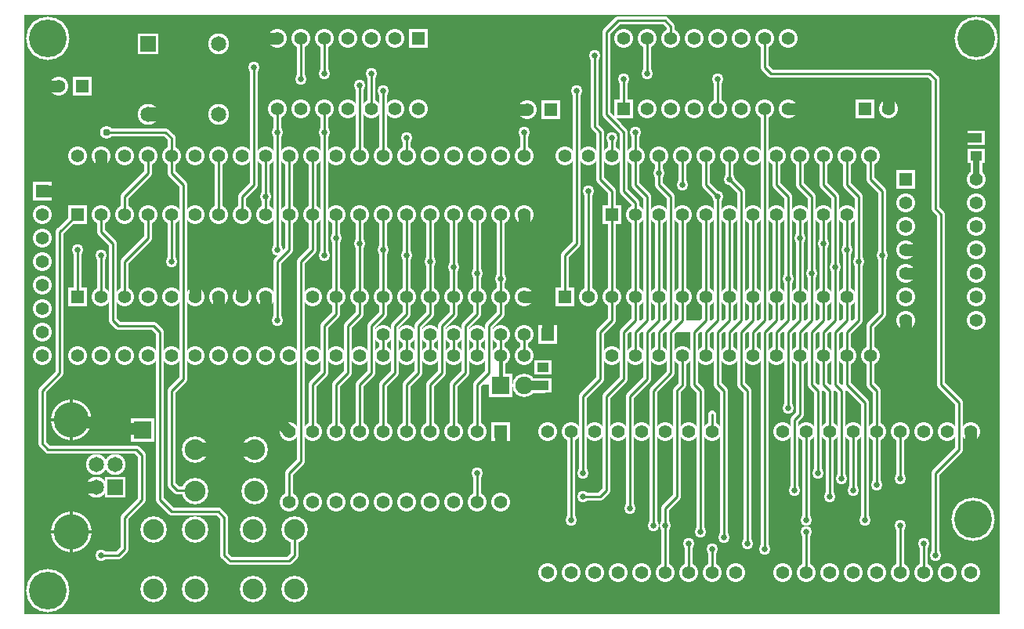
<source format=gbl>
G04*
G04 Format:               Gerber RS-274X*
G04 Layer:                BottomCopper*
G04 This File Name:       Mini (Ver 4l 2024).gbl*
G04 Source File Name:     Mini (Ver 4l 2024).rrb*
G04 Unique ID:            9c8083e7-ab2a-4ad3-9dcb-41d5e6687822*
G04 Generated Date:       Sunday, 20 October 2024 01:14:28*
G04*
G04 Created Using:        Robot Room Copper Connection v2.7.5443*
G04 Software Contact:     http://www.robotroom.com/CopperConnection/Support.aspx*
G04 License Number:       1685*
G04 Student Edition:      true*
G04*
G04 Zero Suppression:     Leading*
G04 Number Precision:     2.4*
G04*
%FSLAX24Y24*%
%MOIN*%
%LNBottomCopper*%
%ADD10C,.01*%
%ADD11C,.015*%
%ADD12C,.025*%
%ADD13C,.026*%
%ADD14C,.031*%
%ADD15C,.034*%
%ADD16C,.039*%
%ADD17C,.04*%
%ADD18C,.049*%
%ADD19C,.05*%
%ADD20C,.055*%
%ADD21C,.056*%
%ADD22C,.06*%
%ADD23C,.064*%
%ADD24C,.065*%
%ADD25C,.075*%
%ADD26C,.08*%
%ADD27C,.088*%
%ADD28C,.089*%
%ADD29C,.099*%
%ADD30C,.112*%
%ADD31C,.15*%
%ADD32C,.16*%
%ADD33C,.184*%
%ADD34R,.006X.006*%
%ADD35R,.056X.056*%
%ADD36R,.065X.065*%
%ADD37R,.075X.075*%
%ADD38R,.08X.08*%
%ADD39R,.089X.089*%
%ADD40R,.099X.099*%
%ADD41R,.05X.04*%
%ADD42R,.074X.064*%
%AMTHERMAL*7,0,0,$1,$1-$2-$2,$2,0*%
%ADD43THERMAL,.174X.012*%
G36*
G01X0Y25500D02*
Y0D01*
X41500D01*
Y25500D01*
X0D01*
G37*
%LPC*%
G36*
X26000Y12500D02*
X35500D01*
X35000Y12000D01*
X25500D01*
X26000Y12500D01*
G37*
G36*
X19250Y9750D02*
X20250D01*
Y11000D01*
X19750Y10750D01*
Y10250D01*
X19250Y9750D01*
G37*
G36*
X33500Y9750D02*
X35000D01*
X35250Y9500D01*
X33750D01*
X33500Y9750D01*
G37*
D43*
X2000Y8250D03*
Y3510D03*
D15*
X26000Y17000D02*
Y13500D01*
X27000D02*
Y17000D01*
X28000Y13500D02*
Y17000D01*
X25000Y13500D02*
Y17000D01*
X29000D02*
Y13500D01*
X30000D02*
Y17000D01*
X31000Y13500D02*
Y17000D01*
X32000D02*
Y13500D01*
X33000D02*
Y16000D01*
X34000Y13500D02*
Y15750D01*
X35000Y17000D02*
Y15500D01*
X26000Y11000D02*
Y12000D01*
X27000Y11000D02*
Y12000D01*
X26000D02*
X26500Y12500D01*
Y17750D01*
X29000Y11000D02*
Y12000D01*
X26500Y17750D02*
X26000Y18250D01*
X27000Y12000D02*
X27500Y12500D01*
X26000Y18250D02*
Y19500D01*
X27500Y12500D02*
Y17750D01*
X30000Y11000D02*
Y12000D01*
X27500Y17750D02*
X27000Y18250D01*
X29000Y12000D02*
X29500Y12500D01*
X27000Y18250D02*
Y18750D01*
X29500Y12500D02*
Y17750D01*
X32000Y11000D02*
Y12000D01*
X29500Y17750D02*
X29000Y18250D01*
X30000Y12000D02*
X30500Y12500D01*
X29000Y18250D02*
Y19500D01*
X30500Y12500D02*
Y18000D01*
X33000Y11000D02*
Y12000D01*
X30500Y18000D02*
X30000Y18500D01*
X32000Y12000D02*
X32500Y12500D01*
Y14250D01*
X34000Y11000D02*
Y12000D01*
X32500Y17750D02*
X32000Y18250D01*
X33000Y12000D02*
X33500Y12500D01*
X32000Y18250D02*
Y19500D01*
X33500Y12500D02*
Y14500D01*
X35000Y11000D02*
Y12000D01*
X33500Y17750D02*
X33000Y18250D01*
X34000Y12000D02*
X34500Y12500D01*
X33000Y18250D02*
Y19500D01*
X34500Y12500D02*
Y14750D01*
Y17750D02*
X34000Y18250D01*
X35000Y12000D02*
X35500Y12500D01*
X34000Y18250D02*
Y19500D01*
X35500Y12500D02*
Y15000D01*
Y17750D02*
X35000Y18250D01*
Y19500D01*
X36500Y18000D02*
X36000Y18500D01*
Y19500D01*
X20250Y13500D02*
Y14250D01*
X19250Y13500D02*
Y14500D01*
X31000Y11000D02*
Y12000D01*
X18250Y13500D02*
Y14750D01*
X29500Y21500D02*
Y22750D01*
X17250Y17000D02*
Y15000D01*
X31000Y12000D02*
X31500Y12500D01*
X16250Y13500D02*
Y15250D01*
X15250Y17000D02*
Y15500D01*
X14250Y13500D02*
Y15750D01*
X31500Y12500D02*
Y21500D01*
X3250Y13500D02*
Y15250D01*
X16250Y17000D02*
Y15250D01*
X13250Y13500D02*
Y16000D01*
X4250Y13500D02*
Y15000D01*
X11250Y4750D02*
Y6000D01*
X4250Y15000D02*
X5250Y16000D01*
X6250Y15000D02*
Y17000D01*
X27000Y19500D02*
Y18750D01*
X3500Y20500D02*
X11250Y6000D02*
X11750Y6500D01*
X31000Y13500D02*
Y12500D01*
X11750Y6500D02*
Y15000D01*
X12250Y15500D01*
X32000Y13500D02*
Y12500D01*
X31000D02*
X30500Y12000D01*
X7250Y5230D02*
X6500Y5250D01*
X30500Y12000D02*
Y9750D01*
X3500Y20500D02*
X6000D01*
X15250Y11000D02*
Y11890D01*
X33000Y13500D02*
Y12500D01*
X30500Y9750D02*
X30750Y9500D01*
X32000Y12500D02*
X31500Y12000D01*
Y2750D01*
X34000Y13500D02*
Y12500D01*
X33000D02*
X32500Y12000D01*
Y8750D01*
X33000Y11000D02*
Y8500D01*
X34000Y12500D02*
X33500Y12000D01*
X14750Y21500D02*
Y23000D01*
X33500Y12000D02*
Y9750D01*
X6000Y20500D02*
X6250Y20250D01*
X2250Y13500D02*
Y15500D01*
X34000Y11000D02*
Y9750D01*
X6250Y20250D02*
Y19500D01*
X33500Y9750D02*
X33750Y9500D01*
X6500Y5250D02*
X6250Y5500D01*
X33750Y9500D02*
Y6000D01*
X33000Y8500D02*
X32750Y8250D01*
X12750Y23000D02*
Y24500D01*
X32750Y8250D02*
Y5250D01*
X35000Y11000D02*
Y9750D01*
X34000D02*
X34250Y9500D01*
X11500Y3610D02*
Y2500D01*
X4250Y4110D02*
Y2750D01*
X8500Y2500D02*
X8750Y2250D01*
X12250Y7750D02*
Y9750D01*
X13250Y7750D02*
Y9750D01*
X6250Y5500D02*
Y9500D01*
X12250Y9750D02*
X12750Y10250D01*
Y15250D02*
Y20500D01*
X6250Y9500D02*
X6750Y10000D01*
X12750Y10250D02*
Y12250D01*
Y21500D02*
Y20500D01*
X6750Y10000D02*
Y18250D01*
X14250Y7750D02*
Y9750D01*
X12750Y12250D02*
X13250Y12750D01*
X6750Y18250D02*
X6250Y18750D01*
X13250Y9750D02*
X13750Y10250D01*
X13250Y12750D02*
Y13500D01*
X13750Y10250D02*
Y12250D01*
X15250Y7750D02*
Y9750D01*
X13750Y12250D02*
X14250Y12750D01*
Y9750D02*
X14750Y10250D01*
X14250Y12750D02*
Y13500D01*
X14750Y10250D02*
Y12250D01*
X16250Y7750D02*
Y9750D01*
X14750Y12250D02*
X15250Y12750D01*
Y9750D02*
X15750Y10250D01*
X15250Y12750D02*
Y13500D01*
X12250Y15500D02*
Y17000D01*
X15750Y10250D02*
Y12250D01*
X17250Y7750D02*
Y9750D01*
X15750Y12250D02*
X16250Y12750D01*
Y9750D02*
X16750Y10250D01*
X16250Y12750D02*
Y13500D01*
X6250Y18750D02*
Y19500D01*
X10750Y21500D02*
Y20500D01*
X38750Y2500D02*
Y6000D01*
X34250Y9500D02*
Y7750D01*
X12250Y17000D02*
Y19500D01*
X36000Y11000D02*
Y9750D01*
X16750Y10250D02*
Y12250D01*
X10250Y19500D02*
Y17750D01*
X35000Y9750D02*
X35750Y9000D01*
Y4000D01*
X18250Y7750D02*
Y9750D01*
X16750Y12250D02*
X17250Y12750D01*
X36000Y9750D02*
X36250Y9500D01*
X39750Y7000D02*
Y9000D01*
X17250Y9750D02*
X17750Y10250D01*
X17250Y12750D02*
Y13500D01*
X17750Y10250D02*
Y12250D01*
X36250Y9500D02*
Y7750D01*
X19250D02*
Y9750D01*
X39750Y9000D02*
X39000Y9750D01*
X17750Y12250D02*
X18250Y12750D01*
X39000Y9750D02*
Y17000D01*
X18250Y9750D02*
X18750Y10250D01*
X39000Y17000D02*
X38750Y17250D01*
X18250Y12750D02*
Y13500D01*
X18750Y10250D02*
Y12250D01*
X29750Y3250D02*
Y9500D01*
X38750Y17250D02*
Y22750D01*
X18750Y12250D02*
X19250Y12750D01*
Y9750D02*
X19750Y10250D01*
X19250Y12750D02*
Y13500D01*
X10750Y15500D02*
Y20500D01*
X19750Y10250D02*
Y12250D01*
X20250Y12750D01*
X38500Y23000D02*
X31750D01*
X20250Y12750D02*
Y13500D01*
X29750Y9500D02*
X29500Y9750D01*
X31500Y23250D02*
Y24500D01*
X29500Y9750D02*
Y12000D01*
X30000Y12500D01*
X14250Y22500D02*
Y19500D01*
X23000Y13500D02*
Y15250D01*
X15250Y22250D02*
Y19500D01*
X23000Y15250D02*
X23500Y15750D01*
Y22250D01*
X30000Y12500D02*
Y13500D01*
X28750Y3500D02*
Y9500D01*
X30000Y19500D02*
Y18500D01*
X28750Y9500D02*
X28500Y9750D01*
Y12000D01*
X29000Y12500D01*
Y13500D01*
X26750Y3750D02*
Y9500D01*
X27500Y10250D01*
Y12000D01*
X28000Y12500D01*
Y13500D01*
X19250Y4750D02*
Y6000D01*
X4250Y4110D02*
X5000Y4860D01*
X25750Y4500D02*
Y9250D01*
X25500Y21500D02*
Y22750D01*
X25750Y9250D02*
X26500Y10000D01*
X5000Y4860D02*
Y6750D01*
X26500Y10000D02*
Y12000D01*
X27000Y12500D01*
Y13500D01*
X24750Y9250D02*
Y5250D01*
X11250Y19500D02*
Y17000D01*
X23750Y6000D02*
Y9250D01*
X24750Y5250D02*
X24500Y5000D01*
X24750Y9250D02*
X25500Y10000D01*
X23750Y9250D02*
X24500Y10000D01*
X25500D02*
Y12000D01*
X26500Y24500D02*
Y23000D01*
X24500Y10000D02*
Y12000D01*
X35000Y13500D02*
Y12500D01*
X11250Y17000D02*
Y15500D01*
X11750Y22750D02*
Y24500D01*
X25500Y12000D02*
X26000Y12500D01*
Y13500D01*
X27250Y3750D02*
Y4500D01*
X24500Y12000D02*
X25000Y12500D01*
Y13500D01*
X11250Y15500D02*
X10750Y15000D01*
X35000Y12500D02*
X34500Y12000D01*
X15250Y13500D02*
Y15500D01*
X10750Y15000D02*
Y12500D01*
X10250Y17000D02*
Y17750D01*
X34500Y12000D02*
Y9750D01*
X35000Y13500D02*
Y15500D01*
X34500Y9750D02*
X34750Y9500D01*
X27250Y4500D02*
X27750Y5000D01*
X16250Y19500D02*
Y20250D01*
X27750Y5000D02*
Y9500D01*
X28000Y9750D01*
Y11000D01*
X8250Y17000D02*
Y19500D01*
X25000Y20250D02*
Y19500D01*
X34750Y9500D02*
Y5750D01*
X24000Y18000D02*
Y13500D01*
X28000Y18250D02*
Y19500D01*
X21250D02*
Y20500D01*
X14250Y17000D02*
Y15750D01*
X34000Y17000D02*
Y15750D01*
X26000Y20500D02*
Y19500D01*
X4250Y17000D02*
Y17750D01*
X5250Y18750D01*
X13250Y17000D02*
Y16000D01*
X5250Y18750D02*
Y19500D01*
X33000Y17000D02*
Y16000D01*
X38750Y6000D02*
X39750Y7000D01*
X2250Y17000D02*
X1500Y16250D01*
X3250Y17000D02*
Y16250D01*
X4750Y7000D02*
X1000D01*
X3250Y16250D02*
X3750Y15750D01*
Y12500D01*
X750Y7250D02*
Y9500D01*
X1500Y10250D01*
Y16250D01*
X3750Y12500D02*
X4000Y12250D01*
X5500D01*
X5750Y12000D01*
X9250Y17000D02*
Y17750D01*
X5750Y12000D02*
Y4860D01*
X6250Y4360D01*
X8250D01*
X9250Y17750D02*
X9750Y18250D01*
X8250Y4360D02*
X8500Y4110D01*
Y2500D01*
X9750Y18250D02*
Y23250D01*
X5250Y16000D02*
Y17000D01*
X36500Y18000D02*
Y15250D01*
X17250Y13500D02*
Y15000D01*
X35500Y17750D02*
Y15000D01*
X18250Y17000D02*
Y14750D01*
X34500Y17750D02*
Y14750D01*
X19250Y17000D02*
Y14500D01*
X33500Y17750D02*
Y14500D01*
X20250Y17000D02*
Y14250D01*
X26000Y17000D02*
Y17500D01*
X25000Y17000D02*
Y18000D01*
X26000Y17500D02*
X25500Y18000D01*
Y20500D01*
X25250Y20750D01*
X25000Y18000D02*
X24500Y18500D01*
X25250Y20750D02*
X24750Y21250D01*
Y24750D01*
X25250Y25250D01*
X24500Y18500D02*
Y20500D01*
X25250Y25250D02*
X27250D01*
X27500Y25000D01*
Y24500D01*
X24500Y20500D02*
X24250Y20750D01*
Y23750D01*
X16250Y11890D02*
Y11000D01*
X17250Y11890D02*
Y11000D01*
X18250Y11890D02*
Y11000D01*
X19250Y11890D02*
Y11000D01*
X20250Y11890D02*
Y11000D01*
X21250Y11890D02*
Y11000D01*
X36000D02*
Y12250D01*
X1000Y7000D02*
X750Y7250D01*
X36000Y12250D02*
X36500Y12750D01*
Y15250D01*
X4750Y7000D02*
X5000Y6750D01*
X37250Y7750D02*
Y5750D01*
X36250Y7750D02*
Y5500D01*
X35250Y7750D02*
Y5250D01*
X34250Y7750D02*
Y5000D01*
X33250Y7750D02*
Y4000D01*
X23250D02*
Y7750D01*
X38250Y1750D02*
Y3000D01*
X37250Y1750D02*
Y3750D01*
X27250D02*
Y1750D01*
X24500Y5000D02*
X23750D01*
X38750Y22750D02*
X38500Y23000D01*
X11250Y2250D02*
X11500Y2500D01*
X8750Y2250D02*
X11250D01*
X3250Y2500D02*
X4000D01*
X4250Y2750D01*
X31750Y23000D02*
X31500Y23250D01*
X28250Y1750D02*
Y3000D01*
X29250Y7750D02*
Y8500D01*
Y2750D02*
Y1750D01*
X33250D02*
Y3500D01*
X30750Y9500D02*
Y3000D01*
X32500Y17750D02*
Y14250D01*
D16*
X20250Y9720D02*
Y11000D01*
D18*
X40500Y19490D02*
Y18500D01*
D19*
X10750Y20500D03*
X27000Y18750D03*
X34750Y5750D03*
X22070Y10480D03*
X10250Y17750D03*
X29500Y22750D03*
X6250Y15000D03*
X12750Y20500D03*
X16250Y15250D03*
X32500Y8750D03*
X33750Y6000D03*
X3250Y15250D03*
X14750Y23000D03*
X12750D03*
X32750Y5250D03*
X31500Y2750D03*
X26000Y20500D03*
X12750Y15250D03*
X21250Y20500D03*
X30000Y18500D03*
X2250Y15500D03*
X10750D03*
X37250Y5750D03*
X36250Y5500D03*
X35250Y5250D03*
X34250Y5000D03*
X23250Y4000D03*
X33250D03*
X27250Y3750D03*
X38250Y3000D03*
X37250Y3750D03*
X38750Y2500D03*
X30750Y3000D03*
X29500Y17750D03*
X35750Y4000D03*
X29750Y3250D03*
X28250Y3000D03*
X29250Y2750D03*
X28750Y3500D03*
X14250Y22500D03*
X15250Y22250D03*
X3250Y2500D03*
X23500Y22250D03*
X26750Y3750D03*
X33250Y3500D03*
X25750Y4500D03*
X19250Y6000D03*
X25500Y22750D03*
X23750Y5000D03*
Y6000D03*
X26500Y23000D03*
X15250Y15500D03*
X35000D03*
X11750Y22750D03*
X10750Y12500D03*
X14250Y15750D03*
X16250Y20250D03*
X25000D03*
X24000Y18000D03*
X34000Y15750D03*
X28000Y18250D03*
X13250Y16000D03*
X33000D03*
X9750Y23250D03*
X36500Y15250D03*
X17250Y15000D03*
X35500D03*
X18250Y14750D03*
X34500D03*
X19250Y14500D03*
X33500D03*
X20250Y14250D03*
X24250Y23750D03*
X32500Y14250D03*
D20*
X3500Y20500D03*
D23*
X21250Y9720D02*
X22060D01*
D26*
X24000Y13500D03*
X25000D03*
X26000D03*
X27000D03*
X28000D03*
X29000D03*
X30000D03*
X31000D03*
X32000D03*
X33000D03*
X34000D03*
X35000D03*
X36000Y19500D03*
X35000D03*
X34000D03*
X33000D03*
X32000D03*
X31000D03*
X30000D03*
X29000D03*
X28000D03*
X27000D03*
X26000D03*
X25000D03*
X24000D03*
X23000D03*
X26000Y17000D03*
X27000D03*
X28000D03*
X29000D03*
X30000D03*
X31000D03*
X32000D03*
X33000D03*
X34000D03*
X35000D03*
X36000Y11000D03*
X35000D03*
X34000D03*
X33000D03*
X32000D03*
X31000D03*
X30000D03*
X29000D03*
X28000D03*
X27000D03*
X26000D03*
X25000D03*
X3250Y13500D03*
X4250D03*
X5250D03*
X6250D03*
X7250D03*
X8250D03*
X9250D03*
X10250D03*
X12250D03*
X13250D03*
X14250D03*
X15250D03*
X16250D03*
X17250D03*
X18250D03*
X19250D03*
X20250D03*
X21250D03*
Y19500D03*
X20250D03*
X19250D03*
X18250D03*
X17250D03*
X16250D03*
X15250D03*
X14250D03*
X13250D03*
X12250D03*
X11250D03*
X10250D03*
X9250D03*
X8250D03*
X7250D03*
X6250D03*
X5250D03*
X4250D03*
X3250D03*
X2250D03*
X3250Y17000D03*
X4250D03*
X5250D03*
X6250D03*
X7250D03*
X8250D03*
X9250D03*
X10250D03*
X11250D03*
X12250D03*
X13250D03*
X14250D03*
X15250D03*
X16250D03*
X17250D03*
X18250D03*
X19250D03*
X20250D03*
X21250D03*
Y11000D03*
X20250D03*
X19250D03*
X18250D03*
X17250D03*
X16250D03*
X15250D03*
X14250D03*
X13250D03*
X12250D03*
X11250D03*
X10250D03*
X9250D03*
X8250D03*
X7250D03*
X6250D03*
X5250D03*
X4250D03*
X3250D03*
X2250D03*
X15750Y24500D03*
X14750D03*
X13750D03*
X12750D03*
X11750D03*
X10750D03*
Y21500D03*
X11750D03*
X12750D03*
X13750D03*
X14750D03*
X15750D03*
X16750D03*
X24250Y1750D03*
X22250D03*
X23250D03*
X25250D03*
X26250D03*
X27250D03*
X28250D03*
X29250D03*
X30250D03*
X29250Y7750D03*
X28250D03*
X27250D03*
X26250D03*
X25250D03*
X24250D03*
X23250D03*
X22250D03*
X1460Y22460D03*
X750Y17000D03*
Y16000D03*
Y15000D03*
Y14000D03*
Y13000D03*
Y12000D03*
Y11000D03*
X34250Y1750D03*
X32250D03*
X33250D03*
X35250D03*
X36250D03*
X37250D03*
X38250D03*
X39250D03*
X40250D03*
Y7750D03*
X39250D03*
X38250D03*
X37250D03*
X36250D03*
X35250D03*
X34250D03*
X33250D03*
X32250D03*
X19250D03*
X18250D03*
X17250D03*
X16250D03*
X15250D03*
X14250D03*
X13250D03*
X12250D03*
X11250D03*
Y4750D03*
X12250D03*
X13250D03*
X14250D03*
X15250D03*
X16250D03*
X17250D03*
X18250D03*
X19250D03*
X20250D03*
X37500Y17500D03*
Y16500D03*
Y15500D03*
Y14500D03*
Y13500D03*
Y12500D03*
X40500D03*
Y13500D03*
Y14500D03*
Y15500D03*
Y16500D03*
Y17500D03*
Y18500D03*
X26500Y21500D03*
X27500D03*
X28500D03*
X29500D03*
X30500D03*
X31500D03*
X32500D03*
Y24500D03*
X31500D03*
X30500D03*
X29500D03*
X28500D03*
X27500D03*
X26500D03*
X25500D03*
X36750Y21500D03*
X21390Y21450D03*
X21250Y11890D03*
X20250D03*
X19250D03*
X18250D03*
X17250D03*
X16250D03*
X15250D03*
D28*
X5250Y21250D03*
X8250D03*
Y24250D03*
X3070Y6370D03*
Y5390D03*
X3850Y6370D03*
D29*
X21250Y9720D03*
D30*
X7250Y3610D03*
Y1050D03*
X5480Y3610D03*
Y1050D03*
X11500Y3610D03*
Y1050D03*
X9730Y3610D03*
Y1050D03*
X7250Y7000D03*
X9810D03*
X7250Y5230D03*
X9810D03*
D33*
X1000Y24500D03*
Y1000D03*
X40350Y4030D03*
X40500Y24500D03*
D38*
X23000Y13500D03*
X25000Y17000D03*
X2250Y13500D03*
Y17000D03*
X16750Y24500D03*
X2460Y22460D03*
X750Y18000D03*
X20250Y7750D03*
X37500Y18500D03*
X25500Y21500D03*
X35750D03*
X22390Y21450D03*
X22250Y11890D03*
D39*
X5250Y24250D03*
X3850Y5390D03*
D40*
X5030Y7840D03*
X20250Y9720D03*
D42*
X40500Y20250D03*
Y19490D03*
X22060Y9720D03*
Y10480D03*
%LPD*%
D10*
X26000Y17000D02*
Y13500D01*
X27000D02*
Y17000D01*
X28000Y13500D02*
Y17000D01*
X25000Y13500D02*
Y17000D01*
X29000D02*
Y13500D01*
X30000D02*
Y17000D01*
X31000Y13500D02*
Y17000D01*
X32000D02*
Y13500D01*
X33000D02*
Y16000D01*
X34000Y13500D02*
Y15750D01*
X35000Y17000D02*
Y15500D01*
X26000Y11000D02*
Y12000D01*
X27000Y11000D02*
Y12000D01*
X26000D02*
X26500Y12500D01*
Y17750D01*
X29000Y11000D02*
Y12000D01*
X26500Y17750D02*
X26000Y18250D01*
X27000Y12000D02*
X27500Y12500D01*
X26000Y18250D02*
Y19500D01*
X27500Y12500D02*
Y17750D01*
X30000Y11000D02*
Y12000D01*
X27500Y17750D02*
X27000Y18250D01*
X29000Y12000D02*
X29500Y12500D01*
X27000Y18250D02*
Y18750D01*
X29500Y12500D02*
Y17750D01*
X32000Y11000D02*
Y12000D01*
X29500Y17750D02*
X29000Y18250D01*
X30000Y12000D02*
X30500Y12500D01*
X29000Y18250D02*
Y19500D01*
X30500Y12500D02*
Y18000D01*
X33000Y11000D02*
Y12000D01*
X30500Y18000D02*
X30000Y18500D01*
X32000Y12000D02*
X32500Y12500D01*
Y14250D01*
X34000Y11000D02*
Y12000D01*
X32500Y17750D02*
X32000Y18250D01*
X33000Y12000D02*
X33500Y12500D01*
X32000Y18250D02*
Y19500D01*
X33500Y12500D02*
Y14500D01*
X35000Y11000D02*
Y12000D01*
X33500Y17750D02*
X33000Y18250D01*
X34000Y12000D02*
X34500Y12500D01*
X33000Y18250D02*
Y19500D01*
X34500Y12500D02*
Y14750D01*
Y17750D02*
X34000Y18250D01*
X35000Y12000D02*
X35500Y12500D01*
X34000Y18250D02*
Y19500D01*
X35500Y12500D02*
Y15000D01*
Y17750D02*
X35000Y18250D01*
Y19500D01*
X36500Y18000D02*
X36000Y18500D01*
Y19500D01*
X20250Y13500D02*
Y14250D01*
X19250Y13500D02*
Y14500D01*
X31000Y11000D02*
Y12000D01*
X18250Y13500D02*
Y14750D01*
X29500Y21500D02*
Y22750D01*
X17250Y17000D02*
Y15000D01*
X31000Y12000D02*
X31500Y12500D01*
X16250Y13500D02*
Y15250D01*
X15250Y17000D02*
Y15500D01*
X14250Y13500D02*
Y15750D01*
X31500Y12500D02*
Y21500D01*
X3250Y13500D02*
Y15250D01*
X16250Y17000D02*
Y15250D01*
X13250Y13500D02*
Y16000D01*
X4250Y13500D02*
Y15000D01*
X11250Y4750D02*
Y6000D01*
X4250Y15000D02*
X5250Y16000D01*
X6250Y15000D02*
Y17000D01*
X27000Y19500D02*
Y18750D01*
X3500Y20500D02*
X11250Y6000D02*
X11750Y6500D01*
X31000Y13500D02*
Y12500D01*
X11750Y6500D02*
Y15000D01*
X12250Y15500D01*
X32000Y13500D02*
Y12500D01*
X31000D02*
X30500Y12000D01*
X7250Y5230D02*
X6500Y5250D01*
X30500Y12000D02*
Y9750D01*
X3500Y20500D02*
X6000D01*
X15250Y11000D02*
Y11890D01*
X33000Y13500D02*
Y12500D01*
X30500Y9750D02*
X30750Y9500D01*
X32000Y12500D02*
X31500Y12000D01*
Y2750D01*
X34000Y13500D02*
Y12500D01*
X33000D02*
X32500Y12000D01*
Y8750D01*
X33000Y11000D02*
Y8500D01*
X34000Y12500D02*
X33500Y12000D01*
X14750Y21500D02*
Y23000D01*
X33500Y12000D02*
Y9750D01*
X6000Y20500D02*
X6250Y20250D01*
X2250Y13500D02*
Y15500D01*
X34000Y11000D02*
Y9750D01*
X6250Y20250D02*
Y19500D01*
X33500Y9750D02*
X33750Y9500D01*
X6500Y5250D02*
X6250Y5500D01*
X33750Y9500D02*
Y6000D01*
X33000Y8500D02*
X32750Y8250D01*
X12750Y23000D02*
Y24500D01*
X32750Y8250D02*
Y5250D01*
X35000Y11000D02*
Y9750D01*
X34000D02*
X34250Y9500D01*
X11500Y3610D02*
Y2500D01*
X4250Y4110D02*
Y2750D01*
X8500Y2500D02*
X8750Y2250D01*
X12250Y7750D02*
Y9750D01*
X13250Y7750D02*
Y9750D01*
X6250Y5500D02*
Y9500D01*
X12250Y9750D02*
X12750Y10250D01*
Y15250D02*
Y20500D01*
X6250Y9500D02*
X6750Y10000D01*
X12750Y10250D02*
Y12250D01*
Y21500D02*
Y20500D01*
X6750Y10000D02*
Y18250D01*
X14250Y7750D02*
Y9750D01*
X12750Y12250D02*
X13250Y12750D01*
X6750Y18250D02*
X6250Y18750D01*
X13250Y9750D02*
X13750Y10250D01*
X13250Y12750D02*
Y13500D01*
X13750Y10250D02*
Y12250D01*
X15250Y7750D02*
Y9750D01*
X13750Y12250D02*
X14250Y12750D01*
Y9750D02*
X14750Y10250D01*
X14250Y12750D02*
Y13500D01*
X14750Y10250D02*
Y12250D01*
X16250Y7750D02*
Y9750D01*
X14750Y12250D02*
X15250Y12750D01*
Y9750D02*
X15750Y10250D01*
X15250Y12750D02*
Y13500D01*
X12250Y15500D02*
Y17000D01*
X15750Y10250D02*
Y12250D01*
X17250Y7750D02*
Y9750D01*
X15750Y12250D02*
X16250Y12750D01*
Y9750D02*
X16750Y10250D01*
X16250Y12750D02*
Y13500D01*
X6250Y18750D02*
Y19500D01*
X10750Y21500D02*
Y20500D01*
X38750Y2500D02*
Y6000D01*
X34250Y9500D02*
Y7750D01*
X12250Y17000D02*
Y19500D01*
X36000Y11000D02*
Y9750D01*
X16750Y10250D02*
Y12250D01*
X10250Y19500D02*
Y17750D01*
X35000Y9750D02*
X35750Y9000D01*
Y4000D01*
X18250Y7750D02*
Y9750D01*
X16750Y12250D02*
X17250Y12750D01*
X36000Y9750D02*
X36250Y9500D01*
X39750Y7000D02*
Y9000D01*
X17250Y9750D02*
X17750Y10250D01*
X17250Y12750D02*
Y13500D01*
X17750Y10250D02*
Y12250D01*
X36250Y9500D02*
Y7750D01*
X19250D02*
Y9750D01*
X39750Y9000D02*
X39000Y9750D01*
X17750Y12250D02*
X18250Y12750D01*
X39000Y9750D02*
Y17000D01*
X18250Y9750D02*
X18750Y10250D01*
X39000Y17000D02*
X38750Y17250D01*
X18250Y12750D02*
Y13500D01*
X18750Y10250D02*
Y12250D01*
X29750Y3250D02*
Y9500D01*
X38750Y17250D02*
Y22750D01*
X18750Y12250D02*
X19250Y12750D01*
Y9750D02*
X19750Y10250D01*
X19250Y12750D02*
Y13500D01*
X10750Y15500D02*
Y20500D01*
X19750Y10250D02*
Y12250D01*
X20250Y12750D01*
X38500Y23000D02*
X31750D01*
X20250Y12750D02*
Y13500D01*
X29750Y9500D02*
X29500Y9750D01*
X31500Y23250D02*
Y24500D01*
X29500Y9750D02*
Y12000D01*
X30000Y12500D01*
X14250Y22500D02*
Y19500D01*
X23000Y13500D02*
Y15250D01*
X15250Y22250D02*
Y19500D01*
X23000Y15250D02*
X23500Y15750D01*
Y22250D01*
X30000Y12500D02*
Y13500D01*
X28750Y3500D02*
Y9500D01*
X30000Y19500D02*
Y18500D01*
X28750Y9500D02*
X28500Y9750D01*
Y12000D01*
X29000Y12500D01*
Y13500D01*
X26750Y3750D02*
Y9500D01*
X27500Y10250D01*
Y12000D01*
X28000Y12500D01*
Y13500D01*
X19250Y4750D02*
Y6000D01*
X4250Y4110D02*
X5000Y4860D01*
X25750Y4500D02*
Y9250D01*
X25500Y21500D02*
Y22750D01*
X25750Y9250D02*
X26500Y10000D01*
X5000Y4860D02*
Y6750D01*
X26500Y10000D02*
Y12000D01*
X27000Y12500D01*
Y13500D01*
X24750Y9250D02*
Y5250D01*
X11250Y19500D02*
Y17000D01*
X23750Y6000D02*
Y9250D01*
X24750Y5250D02*
X24500Y5000D01*
X24750Y9250D02*
X25500Y10000D01*
X23750Y9250D02*
X24500Y10000D01*
X25500D02*
Y12000D01*
X26500Y24500D02*
Y23000D01*
X24500Y10000D02*
Y12000D01*
X35000Y13500D02*
Y12500D01*
X11250Y17000D02*
Y15500D01*
X11750Y22750D02*
Y24500D01*
X25500Y12000D02*
X26000Y12500D01*
Y13500D01*
X27250Y3750D02*
Y4500D01*
X24500Y12000D02*
X25000Y12500D01*
Y13500D01*
X11250Y15500D02*
X10750Y15000D01*
X35000Y12500D02*
X34500Y12000D01*
X15250Y13500D02*
Y15500D01*
X10750Y15000D02*
Y12500D01*
X10250Y17000D02*
Y17750D01*
X34500Y12000D02*
Y9750D01*
X35000Y13500D02*
Y15500D01*
X34500Y9750D02*
X34750Y9500D01*
X27250Y4500D02*
X27750Y5000D01*
X16250Y19500D02*
Y20250D01*
X27750Y5000D02*
Y9500D01*
X28000Y9750D01*
Y11000D01*
X8250Y17000D02*
Y19500D01*
X25000Y20250D02*
Y19500D01*
X34750Y9500D02*
Y5750D01*
X24000Y18000D02*
Y13500D01*
X28000Y18250D02*
Y19500D01*
X21250D02*
Y20500D01*
X14250Y17000D02*
Y15750D01*
X34000Y17000D02*
Y15750D01*
X26000Y20500D02*
Y19500D01*
X4250Y17000D02*
Y17750D01*
X5250Y18750D01*
X13250Y17000D02*
Y16000D01*
X5250Y18750D02*
Y19500D01*
X33000Y17000D02*
Y16000D01*
X38750Y6000D02*
X39750Y7000D01*
X2250Y17000D02*
X1500Y16250D01*
X3250Y17000D02*
Y16250D01*
X4750Y7000D02*
X1000D01*
X3250Y16250D02*
X3750Y15750D01*
Y12500D01*
X750Y7250D02*
Y9500D01*
X1500Y10250D01*
Y16250D01*
X3750Y12500D02*
X4000Y12250D01*
X5500D01*
X5750Y12000D01*
X9250Y17000D02*
Y17750D01*
X5750Y12000D02*
Y4860D01*
X6250Y4360D01*
X8250D01*
X9250Y17750D02*
X9750Y18250D01*
X8250Y4360D02*
X8500Y4110D01*
Y2500D01*
X9750Y18250D02*
Y23250D01*
X5250Y16000D02*
Y17000D01*
X36500Y18000D02*
Y15250D01*
X17250Y13500D02*
Y15000D01*
X35500Y17750D02*
Y15000D01*
X18250Y17000D02*
Y14750D01*
X34500Y17750D02*
Y14750D01*
X19250Y17000D02*
Y14500D01*
X33500Y17750D02*
Y14500D01*
X20250Y17000D02*
Y14250D01*
X26000Y17000D02*
Y17500D01*
X25000Y17000D02*
Y18000D01*
X26000Y17500D02*
X25500Y18000D01*
Y20500D01*
X25250Y20750D01*
X25000Y18000D02*
X24500Y18500D01*
X25250Y20750D02*
X24750Y21250D01*
Y24750D01*
X25250Y25250D01*
X24500Y18500D02*
Y20500D01*
X25250Y25250D02*
X27250D01*
X27500Y25000D01*
Y24500D01*
X24500Y20500D02*
X24250Y20750D01*
Y23750D01*
X16250Y11890D02*
Y11000D01*
X17250Y11890D02*
Y11000D01*
X18250Y11890D02*
Y11000D01*
X19250Y11890D02*
Y11000D01*
X20250Y11890D02*
Y11000D01*
X21250Y11890D02*
Y11000D01*
X36000D02*
Y12250D01*
X1000Y7000D02*
X750Y7250D01*
X36000Y12250D02*
X36500Y12750D01*
Y15250D01*
X4750Y7000D02*
X5000Y6750D01*
X37250Y7750D02*
Y5750D01*
X36250Y7750D02*
Y5500D01*
X35250Y7750D02*
Y5250D01*
X34250Y7750D02*
Y5000D01*
X33250Y7750D02*
Y4000D01*
X23250D02*
Y7750D01*
X38250Y1750D02*
Y3000D01*
X37250Y1750D02*
Y3750D01*
X27250D02*
Y1750D01*
X24500Y5000D02*
X23750D01*
X38750Y22750D02*
X38500Y23000D01*
X11250Y2250D02*
X11500Y2500D01*
X8750Y2250D02*
X11250D01*
X3250Y2500D02*
X4000D01*
X4250Y2750D01*
X31750Y23000D02*
X31500Y23250D01*
X28250Y1750D02*
Y3000D01*
X29250Y7750D02*
Y8500D01*
Y2750D02*
Y1750D01*
X33250D02*
Y3500D01*
X30750Y9500D02*
Y3000D01*
X32500Y17750D02*
Y14250D01*
D11*
X20250Y9720D02*
Y11000D01*
D12*
X40500Y19490D02*
Y18500D01*
D13*
X10750Y20500D03*
X27000Y18750D03*
X34750Y5750D03*
X22070Y10480D03*
X10250Y17750D03*
X29500Y22750D03*
X6250Y15000D03*
X12750Y20500D03*
X16250Y15250D03*
X32500Y8750D03*
X33750Y6000D03*
X7220Y9660D03*
X3250Y15250D03*
X14750Y23000D03*
X12750D03*
X32750Y5250D03*
X13500Y2000D03*
X31500Y2750D03*
X26000Y20500D03*
X12750Y15250D03*
X21250Y20500D03*
X30000Y18500D03*
X2250Y15500D03*
X10750D03*
X37250Y5750D03*
X36250Y5500D03*
X35250Y5250D03*
X34250Y5000D03*
X23250Y4000D03*
X33250D03*
X27250Y3750D03*
X38250Y3000D03*
X37250Y3750D03*
X38750Y2500D03*
X30750Y3000D03*
X29500Y17750D03*
X23250Y10250D03*
X35750Y4000D03*
X29750Y3250D03*
X28250Y3000D03*
X29250Y2750D03*
X28750Y3500D03*
X14250Y22500D03*
X15250Y22250D03*
X3250Y2500D03*
X23500Y22250D03*
X26750Y3750D03*
X33250Y3500D03*
X34740Y24500D03*
X25750Y4500D03*
X19250Y6000D03*
X25500Y22750D03*
X23750Y5000D03*
Y6000D03*
X26500Y23000D03*
X15250Y15500D03*
X35000D03*
X11750Y22750D03*
X10750Y12500D03*
X14250Y15750D03*
X16250Y20250D03*
X25000D03*
X24000Y18000D03*
X34000Y15750D03*
X28000Y18250D03*
X13250Y16000D03*
X33000D03*
X9750Y23250D03*
X14810Y9660D03*
X3250Y1750D03*
X18990Y21500D03*
X36500Y15250D03*
X17250Y15000D03*
X35500D03*
X18250Y14750D03*
X34500D03*
X19250Y14500D03*
X33500D03*
X20250Y14250D03*
X24250Y23750D03*
X3380Y9200D03*
X17000Y1250D03*
X32500Y14250D03*
D14*
X3500Y20500D03*
D17*
X21250Y9720D02*
X22060D01*
X40500Y20250D02*
X39750D01*
D19*
X20250Y7750D02*
Y6750D01*
X21250Y13500D02*
X22000D01*
X21250Y17000D02*
Y15750D01*
X21390Y21450D02*
X20500D01*
X32500Y21500D02*
X33500D01*
X36750D02*
Y22500D01*
X37500Y15500D02*
X38250D01*
X37500Y14500D02*
X38250D01*
X37500Y12500D02*
Y11750D01*
X40250Y7750D02*
Y6750D01*
X7250Y13500D02*
Y14250D01*
X8250Y13500D02*
Y12750D01*
X10250Y13500D02*
Y12750D01*
X9250Y13500D02*
Y14500D01*
X10750Y24500D02*
X10000D01*
X750Y18000D02*
X3250D01*
X1460Y22460D02*
X500D01*
X3250Y18000D02*
Y19500D01*
X11250Y7750D02*
X10500Y8500D01*
X3070Y5390D02*
X2230D01*
X22250Y11890D02*
Y12750D01*
X5030Y7840D02*
X2000Y8250D01*
D21*
X24000Y13500D03*
X25000D03*
X26000D03*
X27000D03*
X28000D03*
X29000D03*
X30000D03*
X31000D03*
X32000D03*
X33000D03*
X34000D03*
X35000D03*
X36000D03*
Y19500D03*
X35000D03*
X34000D03*
X33000D03*
X32000D03*
X31000D03*
X30000D03*
X29000D03*
X28000D03*
X27000D03*
X26000D03*
X25000D03*
X24000D03*
X23000D03*
X26000Y17000D03*
X27000D03*
X28000D03*
X29000D03*
X30000D03*
X31000D03*
X32000D03*
X33000D03*
X34000D03*
X35000D03*
X36000D03*
Y11000D03*
X35000D03*
X34000D03*
X33000D03*
X32000D03*
X31000D03*
X30000D03*
X29000D03*
X28000D03*
X27000D03*
X26000D03*
X25000D03*
X3250Y13500D03*
X4250D03*
X5250D03*
X6250D03*
X7250D03*
X8250D03*
X9250D03*
X10250D03*
X11250D03*
X12250D03*
X13250D03*
X14250D03*
X15250D03*
X16250D03*
X17250D03*
X18250D03*
X19250D03*
X20250D03*
X21250D03*
Y19500D03*
X20250D03*
X19250D03*
X18250D03*
X17250D03*
X16250D03*
X15250D03*
X14250D03*
X13250D03*
X12250D03*
X11250D03*
X10250D03*
X9250D03*
X8250D03*
X7250D03*
X6250D03*
X5250D03*
X4250D03*
X3250D03*
X2250D03*
X3250Y17000D03*
X4250D03*
X5250D03*
X6250D03*
X7250D03*
X8250D03*
X9250D03*
X10250D03*
X11250D03*
X12250D03*
X13250D03*
X14250D03*
X15250D03*
X16250D03*
X17250D03*
X18250D03*
X19250D03*
X20250D03*
X21250D03*
Y11000D03*
X20250D03*
X19250D03*
X18250D03*
X17250D03*
X16250D03*
X15250D03*
X14250D03*
X13250D03*
X12250D03*
X11250D03*
X10250D03*
X9250D03*
X8250D03*
X7250D03*
X6250D03*
X5250D03*
X4250D03*
X3250D03*
X2250D03*
X15750Y24500D03*
X14750D03*
X13750D03*
X12750D03*
X11750D03*
X10750D03*
Y21500D03*
X11750D03*
X12750D03*
X13750D03*
X14750D03*
X15750D03*
X16750D03*
X24250Y1750D03*
X22250D03*
X23250D03*
X25250D03*
X26250D03*
X27250D03*
X28250D03*
X29250D03*
X30250D03*
Y7750D03*
X29250D03*
X28250D03*
X27250D03*
X26250D03*
X25250D03*
X24250D03*
X23250D03*
X22250D03*
X1460Y22460D03*
X750Y17000D03*
Y16000D03*
Y15000D03*
Y14000D03*
Y13000D03*
Y12000D03*
Y11000D03*
X34250Y1750D03*
X32250D03*
X33250D03*
X35250D03*
X36250D03*
X37250D03*
X38250D03*
X39250D03*
X40250D03*
Y7750D03*
X39250D03*
X38250D03*
X37250D03*
X36250D03*
X35250D03*
X34250D03*
X33250D03*
X32250D03*
X19250D03*
X18250D03*
X17250D03*
X16250D03*
X15250D03*
X14250D03*
X13250D03*
X12250D03*
X11250D03*
Y4750D03*
X12250D03*
X13250D03*
X14250D03*
X15250D03*
X16250D03*
X17250D03*
X18250D03*
X19250D03*
X20250D03*
X37500Y17500D03*
Y16500D03*
Y15500D03*
Y14500D03*
Y13500D03*
Y12500D03*
X40500D03*
Y13500D03*
Y14500D03*
Y15500D03*
Y16500D03*
Y17500D03*
Y18500D03*
X26500Y21500D03*
X27500D03*
X28500D03*
X29500D03*
X30500D03*
X31500D03*
X32500D03*
Y24500D03*
X31500D03*
X30500D03*
X29500D03*
X28500D03*
X27500D03*
X26500D03*
X25500D03*
X36750Y21500D03*
X21390Y21450D03*
X21250Y11890D03*
X20250D03*
X19250D03*
X18250D03*
X17250D03*
X16250D03*
X15250D03*
D22*
X7250Y7000D02*
X9810D01*
X5250Y21250D02*
X6500D01*
D24*
X5250Y21250D03*
X8250D03*
Y24250D03*
X3070Y6370D03*
Y5390D03*
X3850Y6370D03*
D25*
X21250Y9720D03*
D27*
X7250Y3610D03*
Y1050D03*
X5480Y3610D03*
Y1050D03*
X11500Y3610D03*
Y1050D03*
X9730Y3610D03*
Y1050D03*
X7250Y7000D03*
X9810D03*
X7250Y5230D03*
X9810D03*
D31*
X2000Y8250D03*
Y3510D03*
D32*
X1000Y24500D03*
Y1000D03*
X40350Y4030D03*
X40500Y24500D03*
D35*
X23000Y13500D03*
X25000Y17000D03*
X2250Y13500D03*
Y17000D03*
X16750Y24500D03*
X2460Y22460D03*
X750Y18000D03*
X20250Y7750D03*
X37500Y18500D03*
X25500Y21500D03*
X35750D03*
X22390Y21450D03*
X22250Y11890D03*
D36*
X5250Y24250D03*
X3850Y5390D03*
D37*
X5030Y7840D03*
X20250Y9720D03*
D41*
X40500Y20250D03*
Y19490D03*
X22060Y9720D03*
Y10480D03*
M02*

</source>
